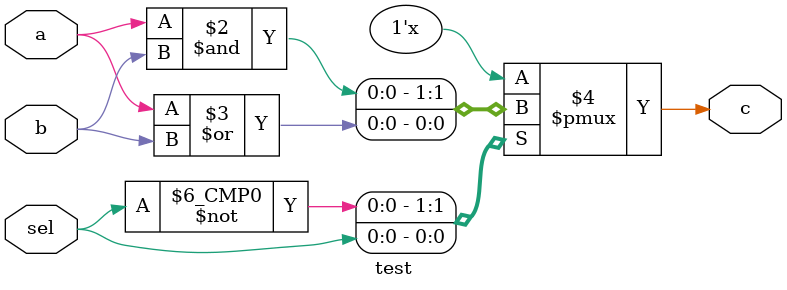
<source format=v>
module test (sel,a,b,c);
input a,b,sel;
output c;
reg c;
always @ (a or b or sel)
begin
case(sel)
1'b0: c = a & b;
1'b1: c = a | b;
default: c = 1'b0;
endcase //no warning here, warning if "ENDCASE" is in argument
end
//no warning here, warning if there is no this comment
endmodule


</source>
